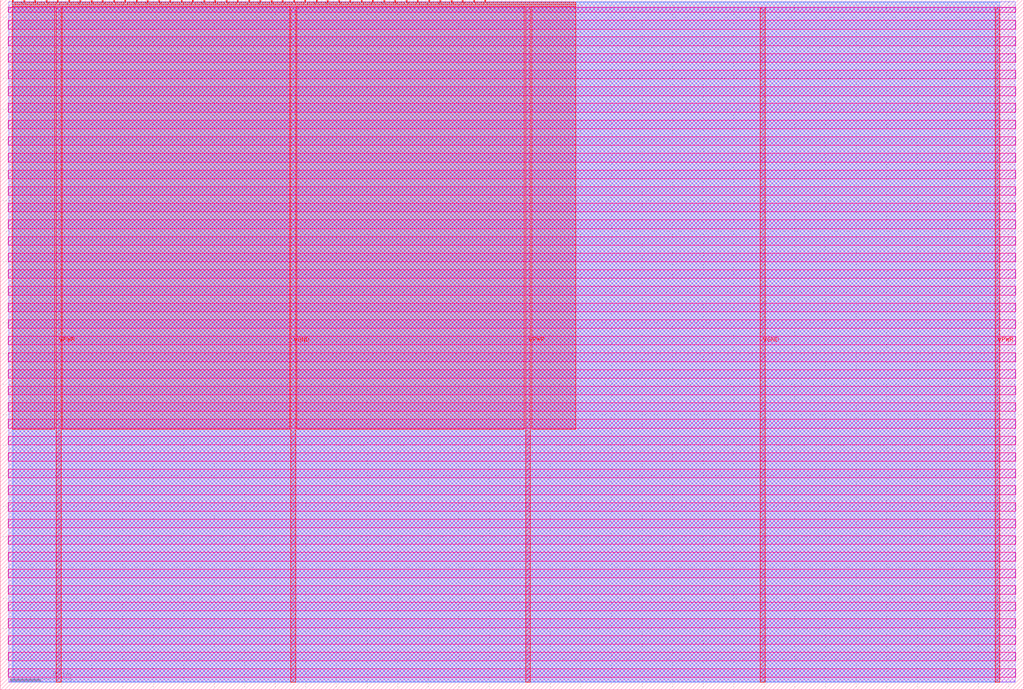
<source format=lef>
VERSION 5.7 ;
  NOWIREEXTENSIONATPIN ON ;
  DIVIDERCHAR "/" ;
  BUSBITCHARS "[]" ;
MACRO tt_um_exai_izhikevich_neuron
  CLASS BLOCK ;
  FOREIGN tt_um_exai_izhikevich_neuron ;
  ORIGIN 0.000 0.000 ;
  SIZE 334.880 BY 225.760 ;
  PIN VGND
    DIRECTION INOUT ;
    USE GROUND ;
    PORT
      LAYER met4 ;
        RECT 95.080 2.480 96.680 223.280 ;
    END
    PORT
      LAYER met4 ;
        RECT 248.680 2.480 250.280 223.280 ;
    END
  END VGND
  PIN VPWR
    DIRECTION INOUT ;
    USE POWER ;
    PORT
      LAYER met4 ;
        RECT 18.280 2.480 19.880 223.280 ;
    END
    PORT
      LAYER met4 ;
        RECT 171.880 2.480 173.480 223.280 ;
    END
    PORT
      LAYER met4 ;
        RECT 325.480 2.480 327.080 223.280 ;
    END
  END VPWR
  PIN clk
    DIRECTION INPUT ;
    USE SIGNAL ;
    ANTENNAGATEAREA 0.852000 ;
    PORT
      LAYER met4 ;
        RECT 154.870 224.760 155.170 225.760 ;
    END
  END clk
  PIN ena
    DIRECTION INPUT ;
    USE SIGNAL ;
    ANTENNAGATEAREA 0.213000 ;
    PORT
      LAYER met4 ;
        RECT 158.550 224.760 158.850 225.760 ;
    END
  END ena
  PIN rst_n
    DIRECTION INPUT ;
    USE SIGNAL ;
    ANTENNAGATEAREA 0.213000 ;
    PORT
      LAYER met4 ;
        RECT 151.190 224.760 151.490 225.760 ;
    END
  END rst_n
  PIN ui_in[0]
    DIRECTION INPUT ;
    USE SIGNAL ;
    ANTENNAGATEAREA 0.196500 ;
    PORT
      LAYER met4 ;
        RECT 147.510 224.760 147.810 225.760 ;
    END
  END ui_in[0]
  PIN ui_in[1]
    DIRECTION INPUT ;
    USE SIGNAL ;
    ANTENNAGATEAREA 0.196500 ;
    PORT
      LAYER met4 ;
        RECT 143.830 224.760 144.130 225.760 ;
    END
  END ui_in[1]
  PIN ui_in[2]
    DIRECTION INPUT ;
    USE SIGNAL ;
    ANTENNAGATEAREA 0.196500 ;
    PORT
      LAYER met4 ;
        RECT 140.150 224.760 140.450 225.760 ;
    END
  END ui_in[2]
  PIN ui_in[3]
    DIRECTION INPUT ;
    USE SIGNAL ;
    ANTENNAGATEAREA 0.196500 ;
    PORT
      LAYER met4 ;
        RECT 136.470 224.760 136.770 225.760 ;
    END
  END ui_in[3]
  PIN ui_in[4]
    DIRECTION INPUT ;
    USE SIGNAL ;
    ANTENNAGATEAREA 0.196500 ;
    PORT
      LAYER met4 ;
        RECT 132.790 224.760 133.090 225.760 ;
    END
  END ui_in[4]
  PIN ui_in[5]
    DIRECTION INPUT ;
    USE SIGNAL ;
    ANTENNAGATEAREA 0.196500 ;
    PORT
      LAYER met4 ;
        RECT 129.110 224.760 129.410 225.760 ;
    END
  END ui_in[5]
  PIN ui_in[6]
    DIRECTION INPUT ;
    USE SIGNAL ;
    ANTENNAGATEAREA 0.196500 ;
    PORT
      LAYER met4 ;
        RECT 125.430 224.760 125.730 225.760 ;
    END
  END ui_in[6]
  PIN ui_in[7]
    DIRECTION INPUT ;
    USE SIGNAL ;
    ANTENNAGATEAREA 0.196500 ;
    PORT
      LAYER met4 ;
        RECT 121.750 224.760 122.050 225.760 ;
    END
  END ui_in[7]
  PIN uio_in[0]
    DIRECTION INPUT ;
    USE SIGNAL ;
    ANTENNAGATEAREA 0.196500 ;
    PORT
      LAYER met4 ;
        RECT 118.070 224.760 118.370 225.760 ;
    END
  END uio_in[0]
  PIN uio_in[1]
    DIRECTION INPUT ;
    USE SIGNAL ;
    ANTENNAGATEAREA 0.213000 ;
    PORT
      LAYER met4 ;
        RECT 114.390 224.760 114.690 225.760 ;
    END
  END uio_in[1]
  PIN uio_in[2]
    DIRECTION INPUT ;
    USE SIGNAL ;
    ANTENNAGATEAREA 0.159000 ;
    PORT
      LAYER met4 ;
        RECT 110.710 224.760 111.010 225.760 ;
    END
  END uio_in[2]
  PIN uio_in[3]
    DIRECTION INPUT ;
    USE SIGNAL ;
    ANTENNAGATEAREA 0.196500 ;
    PORT
      LAYER met4 ;
        RECT 107.030 224.760 107.330 225.760 ;
    END
  END uio_in[3]
  PIN uio_in[4]
    DIRECTION INPUT ;
    USE SIGNAL ;
    ANTENNAGATEAREA 0.196500 ;
    PORT
      LAYER met4 ;
        RECT 103.350 224.760 103.650 225.760 ;
    END
  END uio_in[4]
  PIN uio_in[5]
    DIRECTION INPUT ;
    USE SIGNAL ;
    ANTENNAGATEAREA 0.196500 ;
    PORT
      LAYER met4 ;
        RECT 99.670 224.760 99.970 225.760 ;
    END
  END uio_in[5]
  PIN uio_in[6]
    DIRECTION INPUT ;
    USE SIGNAL ;
    ANTENNAGATEAREA 0.196500 ;
    PORT
      LAYER met4 ;
        RECT 95.990 224.760 96.290 225.760 ;
    END
  END uio_in[6]
  PIN uio_in[7]
    DIRECTION INPUT ;
    USE SIGNAL ;
    ANTENNAGATEAREA 0.196500 ;
    PORT
      LAYER met4 ;
        RECT 92.310 224.760 92.610 225.760 ;
    END
  END uio_in[7]
  PIN uio_oe[0]
    DIRECTION OUTPUT TRISTATE ;
    USE SIGNAL ;
    PORT
      LAYER met4 ;
        RECT 29.750 224.760 30.050 225.760 ;
    END
  END uio_oe[0]
  PIN uio_oe[1]
    DIRECTION OUTPUT TRISTATE ;
    USE SIGNAL ;
    PORT
      LAYER met4 ;
        RECT 26.070 224.760 26.370 225.760 ;
    END
  END uio_oe[1]
  PIN uio_oe[2]
    DIRECTION OUTPUT TRISTATE ;
    USE SIGNAL ;
    PORT
      LAYER met4 ;
        RECT 22.390 224.760 22.690 225.760 ;
    END
  END uio_oe[2]
  PIN uio_oe[3]
    DIRECTION OUTPUT TRISTATE ;
    USE SIGNAL ;
    PORT
      LAYER met4 ;
        RECT 18.710 224.760 19.010 225.760 ;
    END
  END uio_oe[3]
  PIN uio_oe[4]
    DIRECTION OUTPUT TRISTATE ;
    USE SIGNAL ;
    PORT
      LAYER met4 ;
        RECT 15.030 224.760 15.330 225.760 ;
    END
  END uio_oe[4]
  PIN uio_oe[5]
    DIRECTION OUTPUT TRISTATE ;
    USE SIGNAL ;
    PORT
      LAYER met4 ;
        RECT 11.350 224.760 11.650 225.760 ;
    END
  END uio_oe[5]
  PIN uio_oe[6]
    DIRECTION OUTPUT TRISTATE ;
    USE SIGNAL ;
    PORT
      LAYER met4 ;
        RECT 7.670 224.760 7.970 225.760 ;
    END
  END uio_oe[6]
  PIN uio_oe[7]
    DIRECTION OUTPUT TRISTATE ;
    USE SIGNAL ;
    PORT
      LAYER met4 ;
        RECT 3.990 224.760 4.290 225.760 ;
    END
  END uio_oe[7]
  PIN uio_out[0]
    DIRECTION OUTPUT TRISTATE ;
    USE SIGNAL ;
    ANTENNADIFFAREA 0.795200 ;
    PORT
      LAYER met4 ;
        RECT 59.190 224.760 59.490 225.760 ;
    END
  END uio_out[0]
  PIN uio_out[1]
    DIRECTION OUTPUT TRISTATE ;
    USE SIGNAL ;
    ANTENNADIFFAREA 0.795200 ;
    PORT
      LAYER met4 ;
        RECT 55.510 224.760 55.810 225.760 ;
    END
  END uio_out[1]
  PIN uio_out[2]
    DIRECTION OUTPUT TRISTATE ;
    USE SIGNAL ;
    ANTENNADIFFAREA 0.795200 ;
    PORT
      LAYER met4 ;
        RECT 51.830 224.760 52.130 225.760 ;
    END
  END uio_out[2]
  PIN uio_out[3]
    DIRECTION OUTPUT TRISTATE ;
    USE SIGNAL ;
    ANTENNADIFFAREA 0.795200 ;
    PORT
      LAYER met4 ;
        RECT 48.150 224.760 48.450 225.760 ;
    END
  END uio_out[3]
  PIN uio_out[4]
    DIRECTION OUTPUT TRISTATE ;
    USE SIGNAL ;
    ANTENNADIFFAREA 0.795200 ;
    PORT
      LAYER met4 ;
        RECT 44.470 224.760 44.770 225.760 ;
    END
  END uio_out[4]
  PIN uio_out[5]
    DIRECTION OUTPUT TRISTATE ;
    USE SIGNAL ;
    ANTENNADIFFAREA 0.795200 ;
    PORT
      LAYER met4 ;
        RECT 40.790 224.760 41.090 225.760 ;
    END
  END uio_out[5]
  PIN uio_out[6]
    DIRECTION OUTPUT TRISTATE ;
    USE SIGNAL ;
    ANTENNADIFFAREA 0.795200 ;
    PORT
      LAYER met4 ;
        RECT 37.110 224.760 37.410 225.760 ;
    END
  END uio_out[6]
  PIN uio_out[7]
    DIRECTION OUTPUT TRISTATE ;
    USE SIGNAL ;
    ANTENNADIFFAREA 0.795200 ;
    PORT
      LAYER met4 ;
        RECT 33.430 224.760 33.730 225.760 ;
    END
  END uio_out[7]
  PIN uo_out[0]
    DIRECTION OUTPUT TRISTATE ;
    USE SIGNAL ;
    ANTENNADIFFAREA 0.795200 ;
    PORT
      LAYER met4 ;
        RECT 88.630 224.760 88.930 225.760 ;
    END
  END uo_out[0]
  PIN uo_out[1]
    DIRECTION OUTPUT TRISTATE ;
    USE SIGNAL ;
    ANTENNADIFFAREA 0.795200 ;
    PORT
      LAYER met4 ;
        RECT 84.950 224.760 85.250 225.760 ;
    END
  END uo_out[1]
  PIN uo_out[2]
    DIRECTION OUTPUT TRISTATE ;
    USE SIGNAL ;
    ANTENNADIFFAREA 0.795200 ;
    PORT
      LAYER met4 ;
        RECT 81.270 224.760 81.570 225.760 ;
    END
  END uo_out[2]
  PIN uo_out[3]
    DIRECTION OUTPUT TRISTATE ;
    USE SIGNAL ;
    ANTENNADIFFAREA 0.795200 ;
    PORT
      LAYER met4 ;
        RECT 77.590 224.760 77.890 225.760 ;
    END
  END uo_out[3]
  PIN uo_out[4]
    DIRECTION OUTPUT TRISTATE ;
    USE SIGNAL ;
    ANTENNADIFFAREA 0.795200 ;
    PORT
      LAYER met4 ;
        RECT 73.910 224.760 74.210 225.760 ;
    END
  END uo_out[4]
  PIN uo_out[5]
    DIRECTION OUTPUT TRISTATE ;
    USE SIGNAL ;
    ANTENNADIFFAREA 0.795200 ;
    PORT
      LAYER met4 ;
        RECT 70.230 224.760 70.530 225.760 ;
    END
  END uo_out[5]
  PIN uo_out[6]
    DIRECTION OUTPUT TRISTATE ;
    USE SIGNAL ;
    ANTENNADIFFAREA 0.795200 ;
    PORT
      LAYER met4 ;
        RECT 66.550 224.760 66.850 225.760 ;
    END
  END uo_out[6]
  PIN uo_out[7]
    DIRECTION OUTPUT TRISTATE ;
    USE SIGNAL ;
    ANTENNADIFFAREA 0.795200 ;
    PORT
      LAYER met4 ;
        RECT 62.870 224.760 63.170 225.760 ;
    END
  END uo_out[7]
  OBS
      LAYER nwell ;
        RECT 2.570 221.625 332.310 223.230 ;
        RECT 2.570 216.185 332.310 219.015 ;
        RECT 2.570 210.745 332.310 213.575 ;
        RECT 2.570 205.305 332.310 208.135 ;
        RECT 2.570 199.865 332.310 202.695 ;
        RECT 2.570 194.425 332.310 197.255 ;
        RECT 2.570 188.985 332.310 191.815 ;
        RECT 2.570 183.545 332.310 186.375 ;
        RECT 2.570 178.105 332.310 180.935 ;
        RECT 2.570 172.665 332.310 175.495 ;
        RECT 2.570 167.225 332.310 170.055 ;
        RECT 2.570 161.785 332.310 164.615 ;
        RECT 2.570 156.345 332.310 159.175 ;
        RECT 2.570 150.905 332.310 153.735 ;
        RECT 2.570 145.465 332.310 148.295 ;
        RECT 2.570 140.025 332.310 142.855 ;
        RECT 2.570 134.585 332.310 137.415 ;
        RECT 2.570 129.145 332.310 131.975 ;
        RECT 2.570 123.705 332.310 126.535 ;
        RECT 2.570 118.265 332.310 121.095 ;
        RECT 2.570 112.825 332.310 115.655 ;
        RECT 2.570 107.385 332.310 110.215 ;
        RECT 2.570 101.945 332.310 104.775 ;
        RECT 2.570 96.505 332.310 99.335 ;
        RECT 2.570 91.065 332.310 93.895 ;
        RECT 2.570 85.625 332.310 88.455 ;
        RECT 2.570 80.185 332.310 83.015 ;
        RECT 2.570 74.745 332.310 77.575 ;
        RECT 2.570 69.305 332.310 72.135 ;
        RECT 2.570 63.865 332.310 66.695 ;
        RECT 2.570 58.425 332.310 61.255 ;
        RECT 2.570 52.985 332.310 55.815 ;
        RECT 2.570 47.545 332.310 50.375 ;
        RECT 2.570 42.105 332.310 44.935 ;
        RECT 2.570 36.665 332.310 39.495 ;
        RECT 2.570 31.225 332.310 34.055 ;
        RECT 2.570 25.785 332.310 28.615 ;
        RECT 2.570 20.345 332.310 23.175 ;
        RECT 2.570 14.905 332.310 17.735 ;
        RECT 2.570 9.465 332.310 12.295 ;
        RECT 2.570 4.025 332.310 6.855 ;
      LAYER li1 ;
        RECT 2.760 2.635 332.120 223.125 ;
      LAYER met1 ;
        RECT 2.760 2.480 332.120 225.040 ;
      LAYER met2 ;
        RECT 4.230 2.535 327.050 225.070 ;
      LAYER met3 ;
        RECT 3.950 2.555 327.070 224.905 ;
      LAYER met4 ;
        RECT 4.690 224.360 7.270 224.905 ;
        RECT 8.370 224.360 10.950 224.905 ;
        RECT 12.050 224.360 14.630 224.905 ;
        RECT 15.730 224.360 18.310 224.905 ;
        RECT 19.410 224.360 21.990 224.905 ;
        RECT 23.090 224.360 25.670 224.905 ;
        RECT 26.770 224.360 29.350 224.905 ;
        RECT 30.450 224.360 33.030 224.905 ;
        RECT 34.130 224.360 36.710 224.905 ;
        RECT 37.810 224.360 40.390 224.905 ;
        RECT 41.490 224.360 44.070 224.905 ;
        RECT 45.170 224.360 47.750 224.905 ;
        RECT 48.850 224.360 51.430 224.905 ;
        RECT 52.530 224.360 55.110 224.905 ;
        RECT 56.210 224.360 58.790 224.905 ;
        RECT 59.890 224.360 62.470 224.905 ;
        RECT 63.570 224.360 66.150 224.905 ;
        RECT 67.250 224.360 69.830 224.905 ;
        RECT 70.930 224.360 73.510 224.905 ;
        RECT 74.610 224.360 77.190 224.905 ;
        RECT 78.290 224.360 80.870 224.905 ;
        RECT 81.970 224.360 84.550 224.905 ;
        RECT 85.650 224.360 88.230 224.905 ;
        RECT 89.330 224.360 91.910 224.905 ;
        RECT 93.010 224.360 95.590 224.905 ;
        RECT 96.690 224.360 99.270 224.905 ;
        RECT 100.370 224.360 102.950 224.905 ;
        RECT 104.050 224.360 106.630 224.905 ;
        RECT 107.730 224.360 110.310 224.905 ;
        RECT 111.410 224.360 113.990 224.905 ;
        RECT 115.090 224.360 117.670 224.905 ;
        RECT 118.770 224.360 121.350 224.905 ;
        RECT 122.450 224.360 125.030 224.905 ;
        RECT 126.130 224.360 128.710 224.905 ;
        RECT 129.810 224.360 132.390 224.905 ;
        RECT 133.490 224.360 136.070 224.905 ;
        RECT 137.170 224.360 139.750 224.905 ;
        RECT 140.850 224.360 143.430 224.905 ;
        RECT 144.530 224.360 147.110 224.905 ;
        RECT 148.210 224.360 150.790 224.905 ;
        RECT 151.890 224.360 154.470 224.905 ;
        RECT 155.570 224.360 158.150 224.905 ;
        RECT 159.250 224.360 188.305 224.905 ;
        RECT 3.975 223.680 188.305 224.360 ;
        RECT 3.975 85.175 17.880 223.680 ;
        RECT 20.280 85.175 94.680 223.680 ;
        RECT 97.080 85.175 171.480 223.680 ;
        RECT 173.880 85.175 188.305 223.680 ;
  END
END tt_um_exai_izhikevich_neuron
END LIBRARY


</source>
